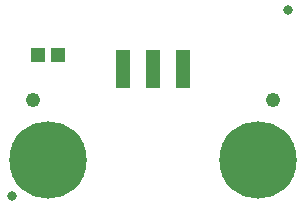
<source format=gbr>
G04 EAGLE Gerber RS-274X export*
G75*
%MOMM*%
%FSLAX34Y34*%
%LPD*%
%INSoldermask Top*%
%IPPOS*%
%AMOC8*
5,1,8,0,0,1.08239X$1,22.5*%
G01*
%ADD10R,1.203200X3.203200*%
%ADD11R,1.303200X1.203200*%
%ADD12C,6.553200*%
%ADD13C,0.838200*%
%ADD14C,1.244600*%


D10*
X152400Y115100D03*
X127000Y115100D03*
X101600Y115100D03*
D11*
X46600Y127000D03*
X29600Y127000D03*
D12*
X38100Y38100D03*
X215900Y38100D03*
D13*
X7620Y7620D03*
X241300Y165100D03*
D14*
X25400Y88900D03*
X228600Y88900D03*
M02*

</source>
